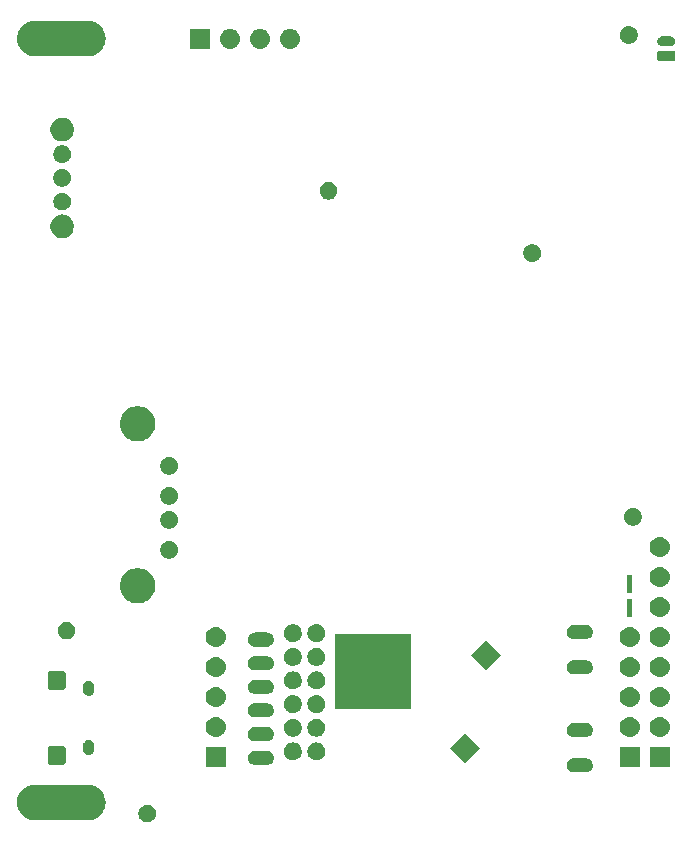
<source format=gbr>
G04 #@! TF.GenerationSoftware,KiCad,Pcbnew,(6.0.0-rc1-dev-1413-ga48e89956)*
G04 #@! TF.CreationDate,2019-11-22T20:47:01-07:00
G04 #@! TF.ProjectId,HAT_ver_6.0,4841545f-7665-4725-9f36-2e302e6b6963,6.0.4*
G04 #@! TF.SameCoordinates,Original*
G04 #@! TF.FileFunction,Soldermask,Bot*
G04 #@! TF.FilePolarity,Negative*
%FSLAX46Y46*%
G04 Gerber Fmt 4.6, Leading zero omitted, Abs format (unit mm)*
G04 Created by KiCad (PCBNEW (6.0.0-rc1-dev-1413-ga48e89956)) date Friday, November 22, 2019 at 08:47:01 PM*
%MOMM*%
%LPD*%
G04 APERTURE LIST*
%ADD10C,0.100000*%
G04 APERTURE END LIST*
D10*
G36*
X139084318Y-131471411D02*
G01*
X139156767Y-131485822D01*
X139213303Y-131509240D01*
X139293257Y-131542358D01*
X139416100Y-131624439D01*
X139520561Y-131728900D01*
X139602642Y-131851743D01*
X139659178Y-131988234D01*
X139688000Y-132133130D01*
X139688000Y-132280870D01*
X139659178Y-132425766D01*
X139602642Y-132562257D01*
X139520561Y-132685100D01*
X139416100Y-132789561D01*
X139293257Y-132871642D01*
X139213303Y-132904760D01*
X139156767Y-132928178D01*
X139084318Y-132942589D01*
X139011870Y-132957000D01*
X138864130Y-132957000D01*
X138791682Y-132942589D01*
X138719233Y-132928178D01*
X138662697Y-132904760D01*
X138582743Y-132871642D01*
X138459900Y-132789561D01*
X138355439Y-132685100D01*
X138273358Y-132562257D01*
X138216822Y-132425766D01*
X138188000Y-132280870D01*
X138188000Y-132133130D01*
X138216822Y-131988234D01*
X138273358Y-131851743D01*
X138355439Y-131728900D01*
X138459900Y-131624439D01*
X138582743Y-131542358D01*
X138662697Y-131509240D01*
X138719233Y-131485822D01*
X138791682Y-131471411D01*
X138864130Y-131457000D01*
X139011870Y-131457000D01*
X139084318Y-131471411D01*
X139084318Y-131471411D01*
G37*
G36*
X134217648Y-129788904D02*
G01*
X134217651Y-129788905D01*
X134500402Y-129874676D01*
X134500404Y-129874677D01*
X134760989Y-130013963D01*
X134989392Y-130201408D01*
X135176837Y-130429811D01*
X135316123Y-130690396D01*
X135401896Y-130973152D01*
X135430857Y-131267200D01*
X135401896Y-131561248D01*
X135401895Y-131561251D01*
X135351039Y-131728903D01*
X135316123Y-131844004D01*
X135176837Y-132104589D01*
X134989392Y-132332992D01*
X134760989Y-132520437D01*
X134682748Y-132562258D01*
X134500402Y-132659724D01*
X134270285Y-132729529D01*
X134217648Y-132745496D01*
X133997284Y-132767200D01*
X129349916Y-132767200D01*
X129129552Y-132745496D01*
X129076915Y-132729529D01*
X128846798Y-132659724D01*
X128664452Y-132562258D01*
X128586211Y-132520437D01*
X128357808Y-132332992D01*
X128170363Y-132104589D01*
X128031077Y-131844004D01*
X127996162Y-131728903D01*
X127945305Y-131561251D01*
X127945304Y-131561248D01*
X127916343Y-131267200D01*
X127945304Y-130973152D01*
X128031077Y-130690396D01*
X128170363Y-130429811D01*
X128357808Y-130201408D01*
X128586211Y-130013963D01*
X128846796Y-129874677D01*
X128846798Y-129874676D01*
X129129549Y-129788905D01*
X129129552Y-129788904D01*
X129349916Y-129767200D01*
X133997284Y-129767200D01*
X134217648Y-129788904D01*
X134217648Y-129788904D01*
G37*
G36*
X176169621Y-127537482D02*
G01*
X176282721Y-127571790D01*
X176386955Y-127627504D01*
X176478317Y-127702483D01*
X176553296Y-127793845D01*
X176609010Y-127898079D01*
X176643318Y-128011179D01*
X176654903Y-128128800D01*
X176643318Y-128246421D01*
X176609010Y-128359521D01*
X176553296Y-128463755D01*
X176478317Y-128555117D01*
X176386955Y-128630096D01*
X176282721Y-128685810D01*
X176169621Y-128720118D01*
X176081474Y-128728800D01*
X175022526Y-128728800D01*
X174934379Y-128720118D01*
X174821279Y-128685810D01*
X174717045Y-128630096D01*
X174625683Y-128555117D01*
X174550704Y-128463755D01*
X174494990Y-128359521D01*
X174460682Y-128246421D01*
X174449097Y-128128800D01*
X174460682Y-128011179D01*
X174494990Y-127898079D01*
X174550704Y-127793845D01*
X174625683Y-127702483D01*
X174717045Y-127627504D01*
X174821279Y-127571790D01*
X174934379Y-127537482D01*
X175022526Y-127528800D01*
X176081474Y-127528800D01*
X176169621Y-127537482D01*
X176169621Y-127537482D01*
G37*
G36*
X183171200Y-128272000D02*
G01*
X181471200Y-128272000D01*
X181471200Y-126572000D01*
X183171200Y-126572000D01*
X183171200Y-128272000D01*
X183171200Y-128272000D01*
G37*
G36*
X180631200Y-128272000D02*
G01*
X178931200Y-128272000D01*
X178931200Y-126572000D01*
X180631200Y-126572000D01*
X180631200Y-128272000D01*
X180631200Y-128272000D01*
G37*
G36*
X145579200Y-128272000D02*
G01*
X143879200Y-128272000D01*
X143879200Y-126572000D01*
X145579200Y-126572000D01*
X145579200Y-128272000D01*
X145579200Y-128272000D01*
G37*
G36*
X131780486Y-126470638D02*
G01*
X131841342Y-126489098D01*
X131897426Y-126519076D01*
X131946582Y-126559418D01*
X131986924Y-126608574D01*
X132016902Y-126664658D01*
X132035362Y-126725514D01*
X132042200Y-126794941D01*
X132042200Y-127782659D01*
X132035362Y-127852086D01*
X132016902Y-127912942D01*
X131986924Y-127969026D01*
X131946582Y-128018182D01*
X131897426Y-128058524D01*
X131841342Y-128088502D01*
X131780486Y-128106962D01*
X131711059Y-128113800D01*
X130823341Y-128113800D01*
X130753914Y-128106962D01*
X130693058Y-128088502D01*
X130636974Y-128058524D01*
X130587818Y-128018182D01*
X130547476Y-127969026D01*
X130517498Y-127912942D01*
X130499038Y-127852086D01*
X130492200Y-127782659D01*
X130492200Y-126794941D01*
X130499038Y-126725514D01*
X130517498Y-126664658D01*
X130547476Y-126608574D01*
X130587818Y-126559418D01*
X130636974Y-126519076D01*
X130693058Y-126489098D01*
X130753914Y-126470638D01*
X130823341Y-126463800D01*
X131711059Y-126463800D01*
X131780486Y-126470638D01*
X131780486Y-126470638D01*
G37*
G36*
X149169621Y-126887482D02*
G01*
X149282721Y-126921790D01*
X149386955Y-126977504D01*
X149478317Y-127052483D01*
X149553296Y-127143845D01*
X149609010Y-127248079D01*
X149643318Y-127361179D01*
X149654903Y-127478800D01*
X149643318Y-127596421D01*
X149609010Y-127709521D01*
X149553296Y-127813755D01*
X149478317Y-127905117D01*
X149386955Y-127980096D01*
X149282721Y-128035810D01*
X149169621Y-128070118D01*
X149081474Y-128078800D01*
X148022526Y-128078800D01*
X147934379Y-128070118D01*
X147821279Y-128035810D01*
X147717045Y-127980096D01*
X147625683Y-127905117D01*
X147550704Y-127813755D01*
X147494990Y-127709521D01*
X147460682Y-127596421D01*
X147449097Y-127478800D01*
X147460682Y-127361179D01*
X147494990Y-127248079D01*
X147550704Y-127143845D01*
X147625683Y-127052483D01*
X147717045Y-126977504D01*
X147821279Y-126921790D01*
X147934379Y-126887482D01*
X148022526Y-126878800D01*
X149081474Y-126878800D01*
X149169621Y-126887482D01*
X149169621Y-126887482D01*
G37*
G36*
X167124793Y-126678800D02*
G01*
X165852000Y-127951593D01*
X164579207Y-126678800D01*
X165852000Y-125406007D01*
X167124793Y-126678800D01*
X167124793Y-126678800D01*
G37*
G36*
X153434306Y-126198627D02*
G01*
X153485867Y-126208883D01*
X153624542Y-126266324D01*
X153749350Y-126349718D01*
X153855482Y-126455850D01*
X153855484Y-126455853D01*
X153938876Y-126580658D01*
X153989556Y-126703010D01*
X153996317Y-126719334D01*
X154025600Y-126866548D01*
X154025600Y-127016652D01*
X154018472Y-127052484D01*
X153996317Y-127163867D01*
X153964327Y-127241098D01*
X153938876Y-127302542D01*
X153855482Y-127427350D01*
X153749350Y-127533482D01*
X153655158Y-127596419D01*
X153624542Y-127616876D01*
X153485867Y-127674317D01*
X153436795Y-127684078D01*
X153338652Y-127703600D01*
X153188548Y-127703600D01*
X153090405Y-127684078D01*
X153041333Y-127674317D01*
X152902658Y-127616876D01*
X152872042Y-127596419D01*
X152777850Y-127533482D01*
X152671718Y-127427350D01*
X152588324Y-127302542D01*
X152562873Y-127241098D01*
X152530883Y-127163867D01*
X152508728Y-127052484D01*
X152501600Y-127016652D01*
X152501600Y-126866548D01*
X152530883Y-126719334D01*
X152537645Y-126703010D01*
X152588324Y-126580658D01*
X152671716Y-126455853D01*
X152671718Y-126455850D01*
X152777850Y-126349718D01*
X152902658Y-126266324D01*
X153041333Y-126208883D01*
X153092894Y-126198627D01*
X153188548Y-126179600D01*
X153338652Y-126179600D01*
X153434306Y-126198627D01*
X153434306Y-126198627D01*
G37*
G36*
X151434306Y-126198627D02*
G01*
X151485867Y-126208883D01*
X151624542Y-126266324D01*
X151749350Y-126349718D01*
X151855482Y-126455850D01*
X151855484Y-126455853D01*
X151938876Y-126580658D01*
X151989556Y-126703010D01*
X151996317Y-126719334D01*
X152025600Y-126866548D01*
X152025600Y-127016652D01*
X152018472Y-127052484D01*
X151996317Y-127163867D01*
X151964327Y-127241098D01*
X151938876Y-127302542D01*
X151855482Y-127427350D01*
X151749350Y-127533482D01*
X151655158Y-127596419D01*
X151624542Y-127616876D01*
X151485867Y-127674317D01*
X151436795Y-127684078D01*
X151338652Y-127703600D01*
X151188548Y-127703600D01*
X151090405Y-127684078D01*
X151041333Y-127674317D01*
X150902658Y-127616876D01*
X150872042Y-127596419D01*
X150777850Y-127533482D01*
X150671718Y-127427350D01*
X150588324Y-127302542D01*
X150562873Y-127241098D01*
X150530883Y-127163867D01*
X150508728Y-127052484D01*
X150501600Y-127016652D01*
X150501600Y-126866548D01*
X150530883Y-126719334D01*
X150537645Y-126703010D01*
X150588324Y-126580658D01*
X150671716Y-126455853D01*
X150671718Y-126455850D01*
X150777850Y-126349718D01*
X150902658Y-126266324D01*
X151041333Y-126208883D01*
X151092894Y-126198627D01*
X151188548Y-126179600D01*
X151338652Y-126179600D01*
X151434306Y-126198627D01*
X151434306Y-126198627D01*
G37*
G36*
X134060315Y-125995673D02*
G01*
X134112880Y-126011618D01*
X134149857Y-126022835D01*
X134232368Y-126066938D01*
X134232369Y-126066939D01*
X134232373Y-126066941D01*
X134304701Y-126126299D01*
X134304702Y-126126301D01*
X134304704Y-126126302D01*
X134364060Y-126198627D01*
X134408165Y-126281142D01*
X134419382Y-126318119D01*
X134435327Y-126370684D01*
X134442200Y-126440468D01*
X134442200Y-126787132D01*
X134435327Y-126856916D01*
X134426055Y-126887482D01*
X134408165Y-126946458D01*
X134364060Y-127028973D01*
X134304701Y-127101301D01*
X134232373Y-127160660D01*
X134149858Y-127204765D01*
X134112881Y-127215982D01*
X134060316Y-127231927D01*
X133967200Y-127241098D01*
X133874085Y-127231927D01*
X133821520Y-127215982D01*
X133784543Y-127204765D01*
X133702028Y-127160660D01*
X133629700Y-127101301D01*
X133570342Y-127028974D01*
X133526234Y-126946455D01*
X133499073Y-126856915D01*
X133492200Y-126787133D01*
X133492200Y-126440468D01*
X133499073Y-126370686D01*
X133499074Y-126370684D01*
X133526234Y-126281147D01*
X133526235Y-126281143D01*
X133570338Y-126198632D01*
X133570339Y-126198631D01*
X133570341Y-126198627D01*
X133629699Y-126126299D01*
X133629701Y-126126298D01*
X133629702Y-126126296D01*
X133702027Y-126066940D01*
X133784542Y-126022835D01*
X133821519Y-126011618D01*
X133874084Y-125995673D01*
X133967200Y-125986502D01*
X134060315Y-125995673D01*
X134060315Y-125995673D01*
G37*
G36*
X149169621Y-124887482D02*
G01*
X149282721Y-124921790D01*
X149386955Y-124977504D01*
X149478317Y-125052483D01*
X149553296Y-125143845D01*
X149609010Y-125248079D01*
X149643318Y-125361179D01*
X149654903Y-125478800D01*
X149643318Y-125596421D01*
X149609010Y-125709521D01*
X149553296Y-125813755D01*
X149478317Y-125905117D01*
X149386955Y-125980096D01*
X149282721Y-126035810D01*
X149169621Y-126070118D01*
X149081474Y-126078800D01*
X148022526Y-126078800D01*
X147934379Y-126070118D01*
X147821279Y-126035810D01*
X147717045Y-125980096D01*
X147625683Y-125905117D01*
X147550704Y-125813755D01*
X147494990Y-125709521D01*
X147460682Y-125596421D01*
X147449097Y-125478800D01*
X147460682Y-125361179D01*
X147494990Y-125248079D01*
X147550704Y-125143845D01*
X147625683Y-125052483D01*
X147717045Y-124977504D01*
X147821279Y-124921790D01*
X147934379Y-124887482D01*
X148022526Y-124878800D01*
X149081474Y-124878800D01*
X149169621Y-124887482D01*
X149169621Y-124887482D01*
G37*
G36*
X182487830Y-124044299D02*
G01*
X182648055Y-124092903D01*
X182795720Y-124171831D01*
X182925149Y-124278051D01*
X183031369Y-124407480D01*
X183110297Y-124555145D01*
X183158901Y-124715370D01*
X183175312Y-124882000D01*
X183158901Y-125048630D01*
X183110297Y-125208855D01*
X183031369Y-125356520D01*
X182925149Y-125485949D01*
X182795720Y-125592169D01*
X182648055Y-125671097D01*
X182487830Y-125719701D01*
X182362952Y-125732000D01*
X182279448Y-125732000D01*
X182154570Y-125719701D01*
X181994345Y-125671097D01*
X181846680Y-125592169D01*
X181717251Y-125485949D01*
X181611031Y-125356520D01*
X181532103Y-125208855D01*
X181483499Y-125048630D01*
X181467088Y-124882000D01*
X181483499Y-124715370D01*
X181532103Y-124555145D01*
X181611031Y-124407480D01*
X181717251Y-124278051D01*
X181846680Y-124171831D01*
X181994345Y-124092903D01*
X182154570Y-124044299D01*
X182279448Y-124032000D01*
X182362952Y-124032000D01*
X182487830Y-124044299D01*
X182487830Y-124044299D01*
G37*
G36*
X144895830Y-124044299D02*
G01*
X145056055Y-124092903D01*
X145203720Y-124171831D01*
X145333149Y-124278051D01*
X145439369Y-124407480D01*
X145518297Y-124555145D01*
X145566901Y-124715370D01*
X145583312Y-124882000D01*
X145566901Y-125048630D01*
X145518297Y-125208855D01*
X145439369Y-125356520D01*
X145333149Y-125485949D01*
X145203720Y-125592169D01*
X145056055Y-125671097D01*
X144895830Y-125719701D01*
X144770952Y-125732000D01*
X144687448Y-125732000D01*
X144562570Y-125719701D01*
X144402345Y-125671097D01*
X144254680Y-125592169D01*
X144125251Y-125485949D01*
X144019031Y-125356520D01*
X143940103Y-125208855D01*
X143891499Y-125048630D01*
X143875088Y-124882000D01*
X143891499Y-124715370D01*
X143940103Y-124555145D01*
X144019031Y-124407480D01*
X144125251Y-124278051D01*
X144254680Y-124171831D01*
X144402345Y-124092903D01*
X144562570Y-124044299D01*
X144687448Y-124032000D01*
X144770952Y-124032000D01*
X144895830Y-124044299D01*
X144895830Y-124044299D01*
G37*
G36*
X179947830Y-124044299D02*
G01*
X180108055Y-124092903D01*
X180255720Y-124171831D01*
X180385149Y-124278051D01*
X180491369Y-124407480D01*
X180570297Y-124555145D01*
X180618901Y-124715370D01*
X180635312Y-124882000D01*
X180618901Y-125048630D01*
X180570297Y-125208855D01*
X180491369Y-125356520D01*
X180385149Y-125485949D01*
X180255720Y-125592169D01*
X180108055Y-125671097D01*
X179947830Y-125719701D01*
X179822952Y-125732000D01*
X179739448Y-125732000D01*
X179614570Y-125719701D01*
X179454345Y-125671097D01*
X179306680Y-125592169D01*
X179177251Y-125485949D01*
X179071031Y-125356520D01*
X178992103Y-125208855D01*
X178943499Y-125048630D01*
X178927088Y-124882000D01*
X178943499Y-124715370D01*
X178992103Y-124555145D01*
X179071031Y-124407480D01*
X179177251Y-124278051D01*
X179306680Y-124171831D01*
X179454345Y-124092903D01*
X179614570Y-124044299D01*
X179739448Y-124032000D01*
X179822952Y-124032000D01*
X179947830Y-124044299D01*
X179947830Y-124044299D01*
G37*
G36*
X176169621Y-124537482D02*
G01*
X176282721Y-124571790D01*
X176386955Y-124627504D01*
X176478317Y-124702483D01*
X176553296Y-124793845D01*
X176609010Y-124898079D01*
X176643318Y-125011179D01*
X176654903Y-125128800D01*
X176643318Y-125246421D01*
X176609010Y-125359521D01*
X176553296Y-125463755D01*
X176478317Y-125555117D01*
X176386955Y-125630096D01*
X176282721Y-125685810D01*
X176169621Y-125720118D01*
X176081474Y-125728800D01*
X175022526Y-125728800D01*
X174934379Y-125720118D01*
X174821279Y-125685810D01*
X174717045Y-125630096D01*
X174625683Y-125555117D01*
X174550704Y-125463755D01*
X174494990Y-125359521D01*
X174460682Y-125246421D01*
X174449097Y-125128800D01*
X174460682Y-125011179D01*
X174494990Y-124898079D01*
X174550704Y-124793845D01*
X174625683Y-124702483D01*
X174717045Y-124627504D01*
X174821279Y-124571790D01*
X174934379Y-124537482D01*
X175022526Y-124528800D01*
X176081474Y-124528800D01*
X176169621Y-124537482D01*
X176169621Y-124537482D01*
G37*
G36*
X151436795Y-124199122D02*
G01*
X151485867Y-124208883D01*
X151624542Y-124266324D01*
X151749350Y-124349718D01*
X151855482Y-124455850D01*
X151855484Y-124455853D01*
X151938876Y-124580658D01*
X151994676Y-124715371D01*
X151996317Y-124719334D01*
X152025600Y-124866548D01*
X152025600Y-125016652D01*
X152018472Y-125052484D01*
X152000300Y-125143845D01*
X151996317Y-125163866D01*
X151938876Y-125302542D01*
X151855482Y-125427350D01*
X151749350Y-125533482D01*
X151749347Y-125533484D01*
X151624542Y-125616876D01*
X151485867Y-125674317D01*
X151436795Y-125684078D01*
X151338652Y-125703600D01*
X151188548Y-125703600D01*
X151090405Y-125684078D01*
X151041333Y-125674317D01*
X150902658Y-125616876D01*
X150777853Y-125533484D01*
X150777850Y-125533482D01*
X150671718Y-125427350D01*
X150588324Y-125302542D01*
X150530883Y-125163866D01*
X150526901Y-125143845D01*
X150508728Y-125052484D01*
X150501600Y-125016652D01*
X150501600Y-124866548D01*
X150530883Y-124719334D01*
X150532525Y-124715371D01*
X150588324Y-124580658D01*
X150671716Y-124455853D01*
X150671718Y-124455850D01*
X150777850Y-124349718D01*
X150902658Y-124266324D01*
X151041333Y-124208883D01*
X151090405Y-124199122D01*
X151188548Y-124179600D01*
X151338652Y-124179600D01*
X151436795Y-124199122D01*
X151436795Y-124199122D01*
G37*
G36*
X153436795Y-124199122D02*
G01*
X153485867Y-124208883D01*
X153624542Y-124266324D01*
X153749350Y-124349718D01*
X153855482Y-124455850D01*
X153855484Y-124455853D01*
X153938876Y-124580658D01*
X153994676Y-124715371D01*
X153996317Y-124719334D01*
X154025600Y-124866548D01*
X154025600Y-125016652D01*
X154018472Y-125052484D01*
X154000300Y-125143845D01*
X153996317Y-125163866D01*
X153938876Y-125302542D01*
X153855482Y-125427350D01*
X153749350Y-125533482D01*
X153749347Y-125533484D01*
X153624542Y-125616876D01*
X153485867Y-125674317D01*
X153436795Y-125684078D01*
X153338652Y-125703600D01*
X153188548Y-125703600D01*
X153090405Y-125684078D01*
X153041333Y-125674317D01*
X152902658Y-125616876D01*
X152777853Y-125533484D01*
X152777850Y-125533482D01*
X152671718Y-125427350D01*
X152588324Y-125302542D01*
X152530883Y-125163866D01*
X152526901Y-125143845D01*
X152508728Y-125052484D01*
X152501600Y-125016652D01*
X152501600Y-124866548D01*
X152530883Y-124719334D01*
X152532525Y-124715371D01*
X152588324Y-124580658D01*
X152671716Y-124455853D01*
X152671718Y-124455850D01*
X152777850Y-124349718D01*
X152902658Y-124266324D01*
X153041333Y-124208883D01*
X153090405Y-124199122D01*
X153188548Y-124179600D01*
X153338652Y-124179600D01*
X153436795Y-124199122D01*
X153436795Y-124199122D01*
G37*
G36*
X149169621Y-122887482D02*
G01*
X149282721Y-122921790D01*
X149386955Y-122977504D01*
X149478317Y-123052483D01*
X149553296Y-123143845D01*
X149609010Y-123248079D01*
X149643318Y-123361179D01*
X149654903Y-123478800D01*
X149643318Y-123596421D01*
X149609010Y-123709521D01*
X149553296Y-123813755D01*
X149478317Y-123905117D01*
X149386955Y-123980096D01*
X149282721Y-124035810D01*
X149169621Y-124070118D01*
X149081474Y-124078800D01*
X148022526Y-124078800D01*
X147934379Y-124070118D01*
X147821279Y-124035810D01*
X147717045Y-123980096D01*
X147625683Y-123905117D01*
X147550704Y-123813755D01*
X147494990Y-123709521D01*
X147460682Y-123596421D01*
X147449097Y-123478800D01*
X147460682Y-123361179D01*
X147494990Y-123248079D01*
X147550704Y-123143845D01*
X147625683Y-123052483D01*
X147717045Y-122977504D01*
X147821279Y-122921790D01*
X147934379Y-122887482D01*
X148022526Y-122878800D01*
X149081474Y-122878800D01*
X149169621Y-122887482D01*
X149169621Y-122887482D01*
G37*
G36*
X151436795Y-122199122D02*
G01*
X151485867Y-122208883D01*
X151541500Y-122231927D01*
X151624542Y-122266324D01*
X151749350Y-122349718D01*
X151855482Y-122455850D01*
X151938876Y-122580658D01*
X151996317Y-122719334D01*
X152025600Y-122866548D01*
X152025600Y-123016652D01*
X152018472Y-123052484D01*
X151996317Y-123163867D01*
X151989758Y-123179701D01*
X151938876Y-123302542D01*
X151855482Y-123427350D01*
X151749350Y-123533482D01*
X151749347Y-123533484D01*
X151624542Y-123616876D01*
X151485867Y-123674317D01*
X151436795Y-123684078D01*
X151338652Y-123703600D01*
X151188548Y-123703600D01*
X151090405Y-123684078D01*
X151041333Y-123674317D01*
X150902658Y-123616876D01*
X150777853Y-123533484D01*
X150777850Y-123533482D01*
X150671718Y-123427350D01*
X150588324Y-123302542D01*
X150537442Y-123179701D01*
X150530883Y-123163867D01*
X150508728Y-123052484D01*
X150501600Y-123016652D01*
X150501600Y-122866548D01*
X150530883Y-122719334D01*
X150588324Y-122580658D01*
X150671718Y-122455850D01*
X150777850Y-122349718D01*
X150902658Y-122266324D01*
X150985700Y-122231927D01*
X151041333Y-122208883D01*
X151090405Y-122199122D01*
X151188548Y-122179600D01*
X151338652Y-122179600D01*
X151436795Y-122199122D01*
X151436795Y-122199122D01*
G37*
G36*
X153436795Y-122199122D02*
G01*
X153485867Y-122208883D01*
X153541500Y-122231927D01*
X153624542Y-122266324D01*
X153749350Y-122349718D01*
X153855482Y-122455850D01*
X153938876Y-122580658D01*
X153996317Y-122719334D01*
X154025600Y-122866548D01*
X154025600Y-123016652D01*
X154018472Y-123052484D01*
X153996317Y-123163867D01*
X153989758Y-123179701D01*
X153938876Y-123302542D01*
X153855482Y-123427350D01*
X153749350Y-123533482D01*
X153749347Y-123533484D01*
X153624542Y-123616876D01*
X153485867Y-123674317D01*
X153436795Y-123684078D01*
X153338652Y-123703600D01*
X153188548Y-123703600D01*
X153090405Y-123684078D01*
X153041333Y-123674317D01*
X152902658Y-123616876D01*
X152777853Y-123533484D01*
X152777850Y-123533482D01*
X152671718Y-123427350D01*
X152588324Y-123302542D01*
X152537442Y-123179701D01*
X152530883Y-123163867D01*
X152508728Y-123052484D01*
X152501600Y-123016652D01*
X152501600Y-122866548D01*
X152530883Y-122719334D01*
X152588324Y-122580658D01*
X152671718Y-122455850D01*
X152777850Y-122349718D01*
X152902658Y-122266324D01*
X152985700Y-122231927D01*
X153041333Y-122208883D01*
X153090405Y-122199122D01*
X153188548Y-122179600D01*
X153338652Y-122179600D01*
X153436795Y-122199122D01*
X153436795Y-122199122D01*
G37*
G36*
X161252000Y-123378800D02*
G01*
X154852000Y-123378800D01*
X154852000Y-116978800D01*
X161252000Y-116978800D01*
X161252000Y-123378800D01*
X161252000Y-123378800D01*
G37*
G36*
X182487830Y-121504299D02*
G01*
X182648055Y-121552903D01*
X182795720Y-121631831D01*
X182925149Y-121738051D01*
X183031369Y-121867480D01*
X183110297Y-122015145D01*
X183158901Y-122175370D01*
X183175312Y-122342000D01*
X183158901Y-122508630D01*
X183110297Y-122668855D01*
X183031369Y-122816520D01*
X182925149Y-122945949D01*
X182795720Y-123052169D01*
X182648055Y-123131097D01*
X182487830Y-123179701D01*
X182362952Y-123192000D01*
X182279448Y-123192000D01*
X182154570Y-123179701D01*
X181994345Y-123131097D01*
X181846680Y-123052169D01*
X181717251Y-122945949D01*
X181611031Y-122816520D01*
X181532103Y-122668855D01*
X181483499Y-122508630D01*
X181467088Y-122342000D01*
X181483499Y-122175370D01*
X181532103Y-122015145D01*
X181611031Y-121867480D01*
X181717251Y-121738051D01*
X181846680Y-121631831D01*
X181994345Y-121552903D01*
X182154570Y-121504299D01*
X182279448Y-121492000D01*
X182362952Y-121492000D01*
X182487830Y-121504299D01*
X182487830Y-121504299D01*
G37*
G36*
X179947830Y-121504299D02*
G01*
X180108055Y-121552903D01*
X180255720Y-121631831D01*
X180385149Y-121738051D01*
X180491369Y-121867480D01*
X180570297Y-122015145D01*
X180618901Y-122175370D01*
X180635312Y-122342000D01*
X180618901Y-122508630D01*
X180570297Y-122668855D01*
X180491369Y-122816520D01*
X180385149Y-122945949D01*
X180255720Y-123052169D01*
X180108055Y-123131097D01*
X179947830Y-123179701D01*
X179822952Y-123192000D01*
X179739448Y-123192000D01*
X179614570Y-123179701D01*
X179454345Y-123131097D01*
X179306680Y-123052169D01*
X179177251Y-122945949D01*
X179071031Y-122816520D01*
X178992103Y-122668855D01*
X178943499Y-122508630D01*
X178927088Y-122342000D01*
X178943499Y-122175370D01*
X178992103Y-122015145D01*
X179071031Y-121867480D01*
X179177251Y-121738051D01*
X179306680Y-121631831D01*
X179454345Y-121552903D01*
X179614570Y-121504299D01*
X179739448Y-121492000D01*
X179822952Y-121492000D01*
X179947830Y-121504299D01*
X179947830Y-121504299D01*
G37*
G36*
X144895830Y-121504299D02*
G01*
X145056055Y-121552903D01*
X145203720Y-121631831D01*
X145333149Y-121738051D01*
X145439369Y-121867480D01*
X145518297Y-122015145D01*
X145566901Y-122175370D01*
X145583312Y-122342000D01*
X145566901Y-122508630D01*
X145518297Y-122668855D01*
X145439369Y-122816520D01*
X145333149Y-122945949D01*
X145203720Y-123052169D01*
X145056055Y-123131097D01*
X144895830Y-123179701D01*
X144770952Y-123192000D01*
X144687448Y-123192000D01*
X144562570Y-123179701D01*
X144402345Y-123131097D01*
X144254680Y-123052169D01*
X144125251Y-122945949D01*
X144019031Y-122816520D01*
X143940103Y-122668855D01*
X143891499Y-122508630D01*
X143875088Y-122342000D01*
X143891499Y-122175370D01*
X143940103Y-122015145D01*
X144019031Y-121867480D01*
X144125251Y-121738051D01*
X144254680Y-121631831D01*
X144402345Y-121552903D01*
X144562570Y-121504299D01*
X144687448Y-121492000D01*
X144770952Y-121492000D01*
X144895830Y-121504299D01*
X144895830Y-121504299D01*
G37*
G36*
X134060315Y-120995673D02*
G01*
X134112880Y-121011618D01*
X134149857Y-121022835D01*
X134232368Y-121066938D01*
X134232369Y-121066939D01*
X134232373Y-121066941D01*
X134304701Y-121126299D01*
X134304702Y-121126301D01*
X134304704Y-121126302D01*
X134364060Y-121198627D01*
X134408165Y-121281142D01*
X134414656Y-121302542D01*
X134432444Y-121361179D01*
X134435327Y-121370685D01*
X134442200Y-121440467D01*
X134442200Y-121787132D01*
X134435327Y-121856915D01*
X134408165Y-121946458D01*
X134364060Y-122028973D01*
X134304701Y-122101301D01*
X134232373Y-122160660D01*
X134149858Y-122204765D01*
X134136282Y-122208883D01*
X134060316Y-122231927D01*
X133967200Y-122241098D01*
X133874085Y-122231927D01*
X133798119Y-122208883D01*
X133784543Y-122204765D01*
X133702028Y-122160660D01*
X133629700Y-122101301D01*
X133570342Y-122028974D01*
X133526234Y-121946455D01*
X133499073Y-121856915D01*
X133492200Y-121787133D01*
X133492200Y-121440468D01*
X133499073Y-121370686D01*
X133499074Y-121370684D01*
X133526234Y-121281147D01*
X133526235Y-121281143D01*
X133570338Y-121198632D01*
X133570339Y-121198631D01*
X133570341Y-121198627D01*
X133629699Y-121126299D01*
X133629701Y-121126298D01*
X133629702Y-121126296D01*
X133702027Y-121066940D01*
X133784542Y-121022835D01*
X133821519Y-121011618D01*
X133874084Y-120995673D01*
X133967200Y-120986502D01*
X134060315Y-120995673D01*
X134060315Y-120995673D01*
G37*
G36*
X149169621Y-120887482D02*
G01*
X149282721Y-120921790D01*
X149386955Y-120977504D01*
X149478317Y-121052483D01*
X149553296Y-121143845D01*
X149609010Y-121248079D01*
X149643318Y-121361179D01*
X149654903Y-121478800D01*
X149643318Y-121596421D01*
X149609010Y-121709521D01*
X149553296Y-121813755D01*
X149478317Y-121905117D01*
X149386955Y-121980096D01*
X149282721Y-122035810D01*
X149169621Y-122070118D01*
X149081474Y-122078800D01*
X148022526Y-122078800D01*
X147934379Y-122070118D01*
X147821279Y-122035810D01*
X147717045Y-121980096D01*
X147625683Y-121905117D01*
X147550704Y-121813755D01*
X147494990Y-121709521D01*
X147460682Y-121596421D01*
X147449097Y-121478800D01*
X147460682Y-121361179D01*
X147494990Y-121248079D01*
X147550704Y-121143845D01*
X147625683Y-121052483D01*
X147717045Y-120977504D01*
X147821279Y-120921790D01*
X147934379Y-120887482D01*
X148022526Y-120878800D01*
X149081474Y-120878800D01*
X149169621Y-120887482D01*
X149169621Y-120887482D01*
G37*
G36*
X131780486Y-120120638D02*
G01*
X131841342Y-120139098D01*
X131897426Y-120169076D01*
X131946582Y-120209418D01*
X131986924Y-120258574D01*
X132016902Y-120314658D01*
X132035362Y-120375514D01*
X132042200Y-120444941D01*
X132042200Y-121432659D01*
X132035362Y-121502086D01*
X132016902Y-121562942D01*
X131986924Y-121619026D01*
X131946582Y-121668182D01*
X131897426Y-121708524D01*
X131841342Y-121738502D01*
X131780486Y-121756962D01*
X131711059Y-121763800D01*
X130823341Y-121763800D01*
X130753914Y-121756962D01*
X130693058Y-121738502D01*
X130636974Y-121708524D01*
X130587818Y-121668182D01*
X130547476Y-121619026D01*
X130517498Y-121562942D01*
X130499038Y-121502086D01*
X130492200Y-121432659D01*
X130492200Y-120444941D01*
X130499038Y-120375514D01*
X130517498Y-120314658D01*
X130547476Y-120258574D01*
X130587818Y-120209418D01*
X130636974Y-120169076D01*
X130693058Y-120139098D01*
X130753914Y-120120638D01*
X130823341Y-120113800D01*
X131711059Y-120113800D01*
X131780486Y-120120638D01*
X131780486Y-120120638D01*
G37*
G36*
X153436795Y-120199122D02*
G01*
X153485867Y-120208883D01*
X153597483Y-120255116D01*
X153624542Y-120266324D01*
X153749350Y-120349718D01*
X153855482Y-120455850D01*
X153938876Y-120580658D01*
X153996317Y-120719334D01*
X154025600Y-120866548D01*
X154025600Y-121016652D01*
X154018472Y-121052484D01*
X153996317Y-121163867D01*
X153947738Y-121281147D01*
X153938876Y-121302542D01*
X153855482Y-121427350D01*
X153749350Y-121533482D01*
X153749347Y-121533484D01*
X153624542Y-121616876D01*
X153485867Y-121674317D01*
X153436795Y-121684078D01*
X153338652Y-121703600D01*
X153188548Y-121703600D01*
X153090405Y-121684078D01*
X153041333Y-121674317D01*
X152902658Y-121616876D01*
X152777853Y-121533484D01*
X152777850Y-121533482D01*
X152671718Y-121427350D01*
X152588324Y-121302542D01*
X152579462Y-121281147D01*
X152530883Y-121163867D01*
X152508728Y-121052484D01*
X152501600Y-121016652D01*
X152501600Y-120866548D01*
X152530883Y-120719334D01*
X152588324Y-120580658D01*
X152671718Y-120455850D01*
X152777850Y-120349718D01*
X152902658Y-120266324D01*
X152929717Y-120255116D01*
X153041333Y-120208883D01*
X153090405Y-120199122D01*
X153188548Y-120179600D01*
X153338652Y-120179600D01*
X153436795Y-120199122D01*
X153436795Y-120199122D01*
G37*
G36*
X151436795Y-120199122D02*
G01*
X151485867Y-120208883D01*
X151597483Y-120255116D01*
X151624542Y-120266324D01*
X151749350Y-120349718D01*
X151855482Y-120455850D01*
X151938876Y-120580658D01*
X151996317Y-120719334D01*
X152025600Y-120866548D01*
X152025600Y-121016652D01*
X152018472Y-121052484D01*
X151996317Y-121163867D01*
X151947738Y-121281147D01*
X151938876Y-121302542D01*
X151855482Y-121427350D01*
X151749350Y-121533482D01*
X151749347Y-121533484D01*
X151624542Y-121616876D01*
X151485867Y-121674317D01*
X151436795Y-121684078D01*
X151338652Y-121703600D01*
X151188548Y-121703600D01*
X151090405Y-121684078D01*
X151041333Y-121674317D01*
X150902658Y-121616876D01*
X150777853Y-121533484D01*
X150777850Y-121533482D01*
X150671718Y-121427350D01*
X150588324Y-121302542D01*
X150579462Y-121281147D01*
X150530883Y-121163867D01*
X150508728Y-121052484D01*
X150501600Y-121016652D01*
X150501600Y-120866548D01*
X150530883Y-120719334D01*
X150588324Y-120580658D01*
X150671718Y-120455850D01*
X150777850Y-120349718D01*
X150902658Y-120266324D01*
X150929717Y-120255116D01*
X151041333Y-120208883D01*
X151090405Y-120199122D01*
X151188548Y-120179600D01*
X151338652Y-120179600D01*
X151436795Y-120199122D01*
X151436795Y-120199122D01*
G37*
G36*
X182487830Y-118964299D02*
G01*
X182648055Y-119012903D01*
X182795720Y-119091831D01*
X182925149Y-119198051D01*
X183031369Y-119327480D01*
X183110297Y-119475145D01*
X183158901Y-119635370D01*
X183175312Y-119802000D01*
X183158901Y-119968630D01*
X183110297Y-120128855D01*
X183031369Y-120276520D01*
X182925149Y-120405949D01*
X182795720Y-120512169D01*
X182648055Y-120591097D01*
X182487830Y-120639701D01*
X182362952Y-120652000D01*
X182279448Y-120652000D01*
X182154570Y-120639701D01*
X181994345Y-120591097D01*
X181846680Y-120512169D01*
X181717251Y-120405949D01*
X181611031Y-120276520D01*
X181532103Y-120128855D01*
X181483499Y-119968630D01*
X181467088Y-119802000D01*
X181483499Y-119635370D01*
X181532103Y-119475145D01*
X181611031Y-119327480D01*
X181717251Y-119198051D01*
X181846680Y-119091831D01*
X181994345Y-119012903D01*
X182154570Y-118964299D01*
X182279448Y-118952000D01*
X182362952Y-118952000D01*
X182487830Y-118964299D01*
X182487830Y-118964299D01*
G37*
G36*
X179947830Y-118964299D02*
G01*
X180108055Y-119012903D01*
X180255720Y-119091831D01*
X180385149Y-119198051D01*
X180491369Y-119327480D01*
X180570297Y-119475145D01*
X180618901Y-119635370D01*
X180635312Y-119802000D01*
X180618901Y-119968630D01*
X180570297Y-120128855D01*
X180491369Y-120276520D01*
X180385149Y-120405949D01*
X180255720Y-120512169D01*
X180108055Y-120591097D01*
X179947830Y-120639701D01*
X179822952Y-120652000D01*
X179739448Y-120652000D01*
X179614570Y-120639701D01*
X179454345Y-120591097D01*
X179306680Y-120512169D01*
X179177251Y-120405949D01*
X179071031Y-120276520D01*
X178992103Y-120128855D01*
X178943499Y-119968630D01*
X178927088Y-119802000D01*
X178943499Y-119635370D01*
X178992103Y-119475145D01*
X179071031Y-119327480D01*
X179177251Y-119198051D01*
X179306680Y-119091831D01*
X179454345Y-119012903D01*
X179614570Y-118964299D01*
X179739448Y-118952000D01*
X179822952Y-118952000D01*
X179947830Y-118964299D01*
X179947830Y-118964299D01*
G37*
G36*
X144895830Y-118964299D02*
G01*
X145056055Y-119012903D01*
X145203720Y-119091831D01*
X145333149Y-119198051D01*
X145439369Y-119327480D01*
X145518297Y-119475145D01*
X145566901Y-119635370D01*
X145583312Y-119802000D01*
X145566901Y-119968630D01*
X145518297Y-120128855D01*
X145439369Y-120276520D01*
X145333149Y-120405949D01*
X145203720Y-120512169D01*
X145056055Y-120591097D01*
X144895830Y-120639701D01*
X144770952Y-120652000D01*
X144687448Y-120652000D01*
X144562570Y-120639701D01*
X144402345Y-120591097D01*
X144254680Y-120512169D01*
X144125251Y-120405949D01*
X144019031Y-120276520D01*
X143940103Y-120128855D01*
X143891499Y-119968630D01*
X143875088Y-119802000D01*
X143891499Y-119635370D01*
X143940103Y-119475145D01*
X144019031Y-119327480D01*
X144125251Y-119198051D01*
X144254680Y-119091831D01*
X144402345Y-119012903D01*
X144562570Y-118964299D01*
X144687448Y-118952000D01*
X144770952Y-118952000D01*
X144895830Y-118964299D01*
X144895830Y-118964299D01*
G37*
G36*
X176169621Y-119237482D02*
G01*
X176282721Y-119271790D01*
X176386955Y-119327504D01*
X176478317Y-119402483D01*
X176553296Y-119493845D01*
X176609010Y-119598079D01*
X176643318Y-119711179D01*
X176654903Y-119828800D01*
X176643318Y-119946421D01*
X176609010Y-120059521D01*
X176553296Y-120163755D01*
X176478317Y-120255117D01*
X176386955Y-120330096D01*
X176282721Y-120385810D01*
X176169621Y-120420118D01*
X176081474Y-120428800D01*
X175022526Y-120428800D01*
X174934379Y-120420118D01*
X174821279Y-120385810D01*
X174717045Y-120330096D01*
X174625683Y-120255117D01*
X174550704Y-120163755D01*
X174494990Y-120059521D01*
X174460682Y-119946421D01*
X174449097Y-119828800D01*
X174460682Y-119711179D01*
X174494990Y-119598079D01*
X174550704Y-119493845D01*
X174625683Y-119402483D01*
X174717045Y-119327504D01*
X174821279Y-119271790D01*
X174934379Y-119237482D01*
X175022526Y-119228800D01*
X176081474Y-119228800D01*
X176169621Y-119237482D01*
X176169621Y-119237482D01*
G37*
G36*
X149169621Y-118887482D02*
G01*
X149282721Y-118921790D01*
X149386955Y-118977504D01*
X149478317Y-119052483D01*
X149553296Y-119143845D01*
X149609010Y-119248079D01*
X149643318Y-119361179D01*
X149654903Y-119478800D01*
X149643318Y-119596421D01*
X149609010Y-119709521D01*
X149553296Y-119813755D01*
X149478317Y-119905117D01*
X149386955Y-119980096D01*
X149282721Y-120035810D01*
X149169621Y-120070118D01*
X149081474Y-120078800D01*
X148022526Y-120078800D01*
X147934379Y-120070118D01*
X147821279Y-120035810D01*
X147717045Y-119980096D01*
X147625683Y-119905117D01*
X147550704Y-119813755D01*
X147494990Y-119709521D01*
X147460682Y-119596421D01*
X147449097Y-119478800D01*
X147460682Y-119361179D01*
X147494990Y-119248079D01*
X147550704Y-119143845D01*
X147625683Y-119052483D01*
X147717045Y-118977504D01*
X147821279Y-118921790D01*
X147934379Y-118887482D01*
X148022526Y-118878800D01*
X149081474Y-118878800D01*
X149169621Y-118887482D01*
X149169621Y-118887482D01*
G37*
G36*
X168874793Y-118778800D02*
G01*
X167602000Y-120051593D01*
X166329207Y-118778800D01*
X167602000Y-117506007D01*
X168874793Y-118778800D01*
X168874793Y-118778800D01*
G37*
G36*
X153436795Y-118199122D02*
G01*
X153485867Y-118208883D01*
X153624542Y-118266324D01*
X153749350Y-118349718D01*
X153855482Y-118455850D01*
X153938876Y-118580658D01*
X153996317Y-118719334D01*
X154025600Y-118866548D01*
X154025600Y-119016652D01*
X154018472Y-119052484D01*
X153996317Y-119163867D01*
X153982157Y-119198052D01*
X153938876Y-119302542D01*
X153855482Y-119427350D01*
X153749350Y-119533482D01*
X153749347Y-119533484D01*
X153624542Y-119616876D01*
X153485867Y-119674317D01*
X153436795Y-119684078D01*
X153338652Y-119703600D01*
X153188548Y-119703600D01*
X153090405Y-119684078D01*
X153041333Y-119674317D01*
X152902658Y-119616876D01*
X152777853Y-119533484D01*
X152777850Y-119533482D01*
X152671718Y-119427350D01*
X152588324Y-119302542D01*
X152545043Y-119198052D01*
X152530883Y-119163867D01*
X152508728Y-119052484D01*
X152501600Y-119016652D01*
X152501600Y-118866548D01*
X152530883Y-118719334D01*
X152588324Y-118580658D01*
X152671718Y-118455850D01*
X152777850Y-118349718D01*
X152902658Y-118266324D01*
X153041333Y-118208883D01*
X153090405Y-118199122D01*
X153188548Y-118179600D01*
X153338652Y-118179600D01*
X153436795Y-118199122D01*
X153436795Y-118199122D01*
G37*
G36*
X151436795Y-118199122D02*
G01*
X151485867Y-118208883D01*
X151624542Y-118266324D01*
X151749350Y-118349718D01*
X151855482Y-118455850D01*
X151938876Y-118580658D01*
X151996317Y-118719334D01*
X152025600Y-118866548D01*
X152025600Y-119016652D01*
X152018472Y-119052484D01*
X151996317Y-119163867D01*
X151982157Y-119198052D01*
X151938876Y-119302542D01*
X151855482Y-119427350D01*
X151749350Y-119533482D01*
X151749347Y-119533484D01*
X151624542Y-119616876D01*
X151485867Y-119674317D01*
X151436795Y-119684078D01*
X151338652Y-119703600D01*
X151188548Y-119703600D01*
X151090405Y-119684078D01*
X151041333Y-119674317D01*
X150902658Y-119616876D01*
X150777853Y-119533484D01*
X150777850Y-119533482D01*
X150671718Y-119427350D01*
X150588324Y-119302542D01*
X150545043Y-119198052D01*
X150530883Y-119163867D01*
X150508728Y-119052484D01*
X150501600Y-119016652D01*
X150501600Y-118866548D01*
X150530883Y-118719334D01*
X150588324Y-118580658D01*
X150671718Y-118455850D01*
X150777850Y-118349718D01*
X150902658Y-118266324D01*
X151041333Y-118208883D01*
X151090405Y-118199122D01*
X151188548Y-118179600D01*
X151338652Y-118179600D01*
X151436795Y-118199122D01*
X151436795Y-118199122D01*
G37*
G36*
X179947830Y-116424299D02*
G01*
X180108055Y-116472903D01*
X180255720Y-116551831D01*
X180385149Y-116658051D01*
X180491369Y-116787480D01*
X180570297Y-116935145D01*
X180618901Y-117095370D01*
X180635312Y-117262000D01*
X180618901Y-117428630D01*
X180570297Y-117588855D01*
X180491369Y-117736520D01*
X180385149Y-117865949D01*
X180255720Y-117972169D01*
X180108055Y-118051097D01*
X179947830Y-118099701D01*
X179822952Y-118112000D01*
X179739448Y-118112000D01*
X179614570Y-118099701D01*
X179454345Y-118051097D01*
X179306680Y-117972169D01*
X179177251Y-117865949D01*
X179071031Y-117736520D01*
X178992103Y-117588855D01*
X178943499Y-117428630D01*
X178927088Y-117262000D01*
X178943499Y-117095370D01*
X178992103Y-116935145D01*
X179071031Y-116787480D01*
X179177251Y-116658051D01*
X179306680Y-116551831D01*
X179454345Y-116472903D01*
X179614570Y-116424299D01*
X179739448Y-116412000D01*
X179822952Y-116412000D01*
X179947830Y-116424299D01*
X179947830Y-116424299D01*
G37*
G36*
X144895830Y-116424299D02*
G01*
X145056055Y-116472903D01*
X145203720Y-116551831D01*
X145333149Y-116658051D01*
X145439369Y-116787480D01*
X145518297Y-116935145D01*
X145566901Y-117095370D01*
X145583312Y-117262000D01*
X145566901Y-117428630D01*
X145518297Y-117588855D01*
X145439369Y-117736520D01*
X145333149Y-117865949D01*
X145203720Y-117972169D01*
X145056055Y-118051097D01*
X144895830Y-118099701D01*
X144770952Y-118112000D01*
X144687448Y-118112000D01*
X144562570Y-118099701D01*
X144402345Y-118051097D01*
X144254680Y-117972169D01*
X144125251Y-117865949D01*
X144019031Y-117736520D01*
X143940103Y-117588855D01*
X143891499Y-117428630D01*
X143875088Y-117262000D01*
X143891499Y-117095370D01*
X143940103Y-116935145D01*
X144019031Y-116787480D01*
X144125251Y-116658051D01*
X144254680Y-116551831D01*
X144402345Y-116472903D01*
X144562570Y-116424299D01*
X144687448Y-116412000D01*
X144770952Y-116412000D01*
X144895830Y-116424299D01*
X144895830Y-116424299D01*
G37*
G36*
X182487830Y-116424299D02*
G01*
X182648055Y-116472903D01*
X182795720Y-116551831D01*
X182925149Y-116658051D01*
X183031369Y-116787480D01*
X183110297Y-116935145D01*
X183158901Y-117095370D01*
X183175312Y-117262000D01*
X183158901Y-117428630D01*
X183110297Y-117588855D01*
X183031369Y-117736520D01*
X182925149Y-117865949D01*
X182795720Y-117972169D01*
X182648055Y-118051097D01*
X182487830Y-118099701D01*
X182362952Y-118112000D01*
X182279448Y-118112000D01*
X182154570Y-118099701D01*
X181994345Y-118051097D01*
X181846680Y-117972169D01*
X181717251Y-117865949D01*
X181611031Y-117736520D01*
X181532103Y-117588855D01*
X181483499Y-117428630D01*
X181467088Y-117262000D01*
X181483499Y-117095370D01*
X181532103Y-116935145D01*
X181611031Y-116787480D01*
X181717251Y-116658051D01*
X181846680Y-116551831D01*
X181994345Y-116472903D01*
X182154570Y-116424299D01*
X182279448Y-116412000D01*
X182362952Y-116412000D01*
X182487830Y-116424299D01*
X182487830Y-116424299D01*
G37*
G36*
X149169621Y-116887482D02*
G01*
X149282721Y-116921790D01*
X149386955Y-116977504D01*
X149478317Y-117052483D01*
X149553296Y-117143845D01*
X149609010Y-117248079D01*
X149643318Y-117361179D01*
X149654903Y-117478800D01*
X149643318Y-117596421D01*
X149609010Y-117709521D01*
X149553296Y-117813755D01*
X149478317Y-117905117D01*
X149386955Y-117980096D01*
X149282721Y-118035810D01*
X149169621Y-118070118D01*
X149081474Y-118078800D01*
X148022526Y-118078800D01*
X147934379Y-118070118D01*
X147821279Y-118035810D01*
X147717045Y-117980096D01*
X147625683Y-117905117D01*
X147550704Y-117813755D01*
X147494990Y-117709521D01*
X147460682Y-117596421D01*
X147449097Y-117478800D01*
X147460682Y-117361179D01*
X147494990Y-117248079D01*
X147550704Y-117143845D01*
X147625683Y-117052483D01*
X147717045Y-116977504D01*
X147821279Y-116921790D01*
X147934379Y-116887482D01*
X148022526Y-116878800D01*
X149081474Y-116878800D01*
X149169621Y-116887482D01*
X149169621Y-116887482D01*
G37*
G36*
X153436795Y-116199122D02*
G01*
X153485867Y-116208883D01*
X153554911Y-116237482D01*
X153624542Y-116266324D01*
X153749350Y-116349718D01*
X153855482Y-116455850D01*
X153855484Y-116455853D01*
X153938876Y-116580658D01*
X153992940Y-116711179D01*
X153996317Y-116719334D01*
X154025600Y-116866548D01*
X154025600Y-117016652D01*
X154015335Y-117068257D01*
X153996317Y-117163867D01*
X153961436Y-117248078D01*
X153938876Y-117302542D01*
X153855482Y-117427350D01*
X153749350Y-117533482D01*
X153749347Y-117533484D01*
X153624542Y-117616876D01*
X153485867Y-117674317D01*
X153436795Y-117684078D01*
X153338652Y-117703600D01*
X153188548Y-117703600D01*
X153090405Y-117684078D01*
X153041333Y-117674317D01*
X152902658Y-117616876D01*
X152777853Y-117533484D01*
X152777850Y-117533482D01*
X152671718Y-117427350D01*
X152588324Y-117302542D01*
X152565764Y-117248078D01*
X152530883Y-117163867D01*
X152511865Y-117068257D01*
X152501600Y-117016652D01*
X152501600Y-116866548D01*
X152530883Y-116719334D01*
X152534261Y-116711179D01*
X152588324Y-116580658D01*
X152671716Y-116455853D01*
X152671718Y-116455850D01*
X152777850Y-116349718D01*
X152902658Y-116266324D01*
X152972289Y-116237482D01*
X153041333Y-116208883D01*
X153090405Y-116199122D01*
X153188548Y-116179600D01*
X153338652Y-116179600D01*
X153436795Y-116199122D01*
X153436795Y-116199122D01*
G37*
G36*
X151436795Y-116199122D02*
G01*
X151485867Y-116208883D01*
X151554911Y-116237482D01*
X151624542Y-116266324D01*
X151749350Y-116349718D01*
X151855482Y-116455850D01*
X151855484Y-116455853D01*
X151938876Y-116580658D01*
X151992940Y-116711179D01*
X151996317Y-116719334D01*
X152025600Y-116866548D01*
X152025600Y-117016652D01*
X152015335Y-117068257D01*
X151996317Y-117163867D01*
X151961436Y-117248078D01*
X151938876Y-117302542D01*
X151855482Y-117427350D01*
X151749350Y-117533482D01*
X151749347Y-117533484D01*
X151624542Y-117616876D01*
X151485867Y-117674317D01*
X151436795Y-117684078D01*
X151338652Y-117703600D01*
X151188548Y-117703600D01*
X151090405Y-117684078D01*
X151041333Y-117674317D01*
X150902658Y-117616876D01*
X150777853Y-117533484D01*
X150777850Y-117533482D01*
X150671718Y-117427350D01*
X150588324Y-117302542D01*
X150565764Y-117248078D01*
X150530883Y-117163867D01*
X150511865Y-117068257D01*
X150501600Y-117016652D01*
X150501600Y-116866548D01*
X150530883Y-116719334D01*
X150534261Y-116711179D01*
X150588324Y-116580658D01*
X150671716Y-116455853D01*
X150671718Y-116455850D01*
X150777850Y-116349718D01*
X150902658Y-116266324D01*
X150972289Y-116237482D01*
X151041333Y-116208883D01*
X151090405Y-116199122D01*
X151188548Y-116179600D01*
X151338652Y-116179600D01*
X151436795Y-116199122D01*
X151436795Y-116199122D01*
G37*
G36*
X132251718Y-115977411D02*
G01*
X132324167Y-115991822D01*
X132380703Y-116015240D01*
X132460657Y-116048358D01*
X132583500Y-116130439D01*
X132687961Y-116234900D01*
X132770042Y-116357743D01*
X132788574Y-116402483D01*
X132826417Y-116493844D01*
X132826578Y-116494234D01*
X132855400Y-116639130D01*
X132855400Y-116786870D01*
X132855278Y-116787481D01*
X132826578Y-116931767D01*
X132820509Y-116946419D01*
X132770042Y-117068257D01*
X132687961Y-117191100D01*
X132583500Y-117295561D01*
X132460657Y-117377642D01*
X132380703Y-117410760D01*
X132324167Y-117434178D01*
X132251718Y-117448589D01*
X132179270Y-117463000D01*
X132031530Y-117463000D01*
X131959082Y-117448589D01*
X131886633Y-117434178D01*
X131830097Y-117410760D01*
X131750143Y-117377642D01*
X131627300Y-117295561D01*
X131522839Y-117191100D01*
X131440758Y-117068257D01*
X131390291Y-116946419D01*
X131384222Y-116931767D01*
X131355522Y-116787481D01*
X131355400Y-116786870D01*
X131355400Y-116639130D01*
X131384222Y-116494234D01*
X131384384Y-116493844D01*
X131422226Y-116402483D01*
X131440758Y-116357743D01*
X131522839Y-116234900D01*
X131627300Y-116130439D01*
X131750143Y-116048358D01*
X131830097Y-116015240D01*
X131886633Y-115991822D01*
X131959082Y-115977411D01*
X132031530Y-115963000D01*
X132179270Y-115963000D01*
X132251718Y-115977411D01*
X132251718Y-115977411D01*
G37*
G36*
X176169621Y-116237482D02*
G01*
X176282721Y-116271790D01*
X176386955Y-116327504D01*
X176478317Y-116402483D01*
X176553296Y-116493845D01*
X176609010Y-116598079D01*
X176643318Y-116711179D01*
X176654903Y-116828800D01*
X176643318Y-116946421D01*
X176609010Y-117059521D01*
X176553296Y-117163755D01*
X176478317Y-117255117D01*
X176386955Y-117330096D01*
X176282721Y-117385810D01*
X176169621Y-117420118D01*
X176081474Y-117428800D01*
X175022526Y-117428800D01*
X174934379Y-117420118D01*
X174821279Y-117385810D01*
X174717045Y-117330096D01*
X174625683Y-117255117D01*
X174550704Y-117163755D01*
X174494990Y-117059521D01*
X174460682Y-116946421D01*
X174449097Y-116828800D01*
X174460682Y-116711179D01*
X174494990Y-116598079D01*
X174550704Y-116493845D01*
X174625683Y-116402483D01*
X174717045Y-116327504D01*
X174821279Y-116271790D01*
X174934379Y-116237482D01*
X175022526Y-116228800D01*
X176081474Y-116228800D01*
X176169621Y-116237482D01*
X176169621Y-116237482D01*
G37*
G36*
X182487830Y-113884299D02*
G01*
X182648055Y-113932903D01*
X182795720Y-114011831D01*
X182925149Y-114118051D01*
X183031369Y-114247480D01*
X183110297Y-114395145D01*
X183158901Y-114555370D01*
X183175312Y-114722000D01*
X183158901Y-114888630D01*
X183110297Y-115048855D01*
X183031369Y-115196520D01*
X182925149Y-115325949D01*
X182795720Y-115432169D01*
X182648055Y-115511097D01*
X182487830Y-115559701D01*
X182362952Y-115572000D01*
X182279448Y-115572000D01*
X182154570Y-115559701D01*
X181994345Y-115511097D01*
X181846680Y-115432169D01*
X181717251Y-115325949D01*
X181611031Y-115196520D01*
X181532103Y-115048855D01*
X181483499Y-114888630D01*
X181467088Y-114722000D01*
X181483499Y-114555370D01*
X181532103Y-114395145D01*
X181611031Y-114247480D01*
X181717251Y-114118051D01*
X181846680Y-114011831D01*
X181994345Y-113932903D01*
X182154570Y-113884299D01*
X182279448Y-113872000D01*
X182362952Y-113872000D01*
X182487830Y-113884299D01*
X182487830Y-113884299D01*
G37*
G36*
X179955800Y-115558000D02*
G01*
X179555800Y-115558000D01*
X179555800Y-114058000D01*
X179955800Y-114058000D01*
X179955800Y-115558000D01*
X179955800Y-115558000D01*
G37*
G36*
X138466105Y-111466956D02*
G01*
X138562696Y-111486169D01*
X138675759Y-111533002D01*
X138835654Y-111599232D01*
X139081314Y-111763377D01*
X139290223Y-111972286D01*
X139454368Y-112217946D01*
X139508499Y-112348630D01*
X139567431Y-112490904D01*
X139586644Y-112587495D01*
X139625070Y-112780674D01*
X139625070Y-113076126D01*
X139567431Y-113365895D01*
X139454368Y-113638854D01*
X139290223Y-113884514D01*
X139081314Y-114093423D01*
X138835654Y-114257568D01*
X138675759Y-114323798D01*
X138562696Y-114370631D01*
X138466105Y-114389844D01*
X138272926Y-114428270D01*
X137977474Y-114428270D01*
X137784295Y-114389844D01*
X137687704Y-114370631D01*
X137574641Y-114323798D01*
X137414746Y-114257568D01*
X137169086Y-114093423D01*
X136960177Y-113884514D01*
X136796032Y-113638854D01*
X136682969Y-113365895D01*
X136625330Y-113076126D01*
X136625330Y-112780674D01*
X136663756Y-112587495D01*
X136682969Y-112490904D01*
X136741901Y-112348630D01*
X136796032Y-112217946D01*
X136960177Y-111972286D01*
X137169086Y-111763377D01*
X137414746Y-111599232D01*
X137574641Y-111533002D01*
X137687704Y-111486169D01*
X137784295Y-111466956D01*
X137977474Y-111428530D01*
X138272926Y-111428530D01*
X138466105Y-111466956D01*
X138466105Y-111466956D01*
G37*
G36*
X179955800Y-113558000D02*
G01*
X179555800Y-113558000D01*
X179555800Y-112058000D01*
X179955800Y-112058000D01*
X179955800Y-113558000D01*
X179955800Y-113558000D01*
G37*
G36*
X182487830Y-111344299D02*
G01*
X182648055Y-111392903D01*
X182795720Y-111471831D01*
X182925149Y-111578051D01*
X183031369Y-111707480D01*
X183110297Y-111855145D01*
X183158901Y-112015370D01*
X183175312Y-112182000D01*
X183158901Y-112348630D01*
X183110297Y-112508855D01*
X183031369Y-112656520D01*
X182925149Y-112785949D01*
X182795720Y-112892169D01*
X182648055Y-112971097D01*
X182487830Y-113019701D01*
X182362952Y-113032000D01*
X182279448Y-113032000D01*
X182154570Y-113019701D01*
X181994345Y-112971097D01*
X181846680Y-112892169D01*
X181717251Y-112785949D01*
X181611031Y-112656520D01*
X181532103Y-112508855D01*
X181483499Y-112348630D01*
X181467088Y-112182000D01*
X181483499Y-112015370D01*
X181532103Y-111855145D01*
X181611031Y-111707480D01*
X181717251Y-111578051D01*
X181846680Y-111471831D01*
X181994345Y-111392903D01*
X182154570Y-111344299D01*
X182279448Y-111332000D01*
X182362952Y-111332000D01*
X182487830Y-111344299D01*
X182487830Y-111344299D01*
G37*
G36*
X141011133Y-109158673D02*
G01*
X141147727Y-109215252D01*
X141270664Y-109297396D01*
X141375204Y-109401936D01*
X141457348Y-109524873D01*
X141513927Y-109661467D01*
X141542770Y-109806474D01*
X141542770Y-109954326D01*
X141513927Y-110099333D01*
X141457348Y-110235927D01*
X141375204Y-110358864D01*
X141270664Y-110463404D01*
X141147727Y-110545548D01*
X141011133Y-110602127D01*
X140866126Y-110630970D01*
X140718274Y-110630970D01*
X140573267Y-110602127D01*
X140436673Y-110545548D01*
X140313736Y-110463404D01*
X140209196Y-110358864D01*
X140127052Y-110235927D01*
X140070473Y-110099333D01*
X140041630Y-109954326D01*
X140041630Y-109806474D01*
X140070473Y-109661467D01*
X140127052Y-109524873D01*
X140209196Y-109401936D01*
X140313736Y-109297396D01*
X140436673Y-109215252D01*
X140573267Y-109158673D01*
X140718274Y-109129830D01*
X140866126Y-109129830D01*
X141011133Y-109158673D01*
X141011133Y-109158673D01*
G37*
G36*
X182487830Y-108804299D02*
G01*
X182648055Y-108852903D01*
X182795720Y-108931831D01*
X182925149Y-109038051D01*
X183031369Y-109167480D01*
X183110297Y-109315145D01*
X183158901Y-109475370D01*
X183175312Y-109642000D01*
X183158901Y-109808630D01*
X183110297Y-109968855D01*
X183031369Y-110116520D01*
X182925149Y-110245949D01*
X182795720Y-110352169D01*
X182648055Y-110431097D01*
X182487830Y-110479701D01*
X182362952Y-110492000D01*
X182279448Y-110492000D01*
X182154570Y-110479701D01*
X181994345Y-110431097D01*
X181846680Y-110352169D01*
X181717251Y-110245949D01*
X181611031Y-110116520D01*
X181532103Y-109968855D01*
X181483499Y-109808630D01*
X181467088Y-109642000D01*
X181483499Y-109475370D01*
X181532103Y-109315145D01*
X181611031Y-109167480D01*
X181717251Y-109038051D01*
X181846680Y-108931831D01*
X181994345Y-108852903D01*
X182154570Y-108804299D01*
X182279448Y-108792000D01*
X182362952Y-108792000D01*
X182487830Y-108804299D01*
X182487830Y-108804299D01*
G37*
G36*
X141011133Y-106618673D02*
G01*
X141147727Y-106675252D01*
X141270664Y-106757396D01*
X141375204Y-106861936D01*
X141457348Y-106984873D01*
X141513927Y-107121467D01*
X141542770Y-107266474D01*
X141542770Y-107414326D01*
X141513927Y-107559333D01*
X141457348Y-107695927D01*
X141375204Y-107818864D01*
X141270664Y-107923404D01*
X141147727Y-108005548D01*
X141011133Y-108062127D01*
X140866126Y-108090970D01*
X140718274Y-108090970D01*
X140573267Y-108062127D01*
X140436673Y-108005548D01*
X140313736Y-107923404D01*
X140209196Y-107818864D01*
X140127052Y-107695927D01*
X140070473Y-107559333D01*
X140041630Y-107414326D01*
X140041630Y-107266474D01*
X140070473Y-107121467D01*
X140127052Y-106984873D01*
X140209196Y-106861936D01*
X140313736Y-106757396D01*
X140436673Y-106675252D01*
X140573267Y-106618673D01*
X140718274Y-106589830D01*
X140866126Y-106589830D01*
X141011133Y-106618673D01*
X141011133Y-106618673D01*
G37*
G36*
X180206918Y-106350811D02*
G01*
X180279367Y-106365222D01*
X180335903Y-106388640D01*
X180415857Y-106421758D01*
X180538700Y-106503839D01*
X180643161Y-106608300D01*
X180725242Y-106731143D01*
X180781778Y-106867634D01*
X180805099Y-106984873D01*
X180810600Y-107012531D01*
X180810600Y-107160269D01*
X180789475Y-107266474D01*
X180781778Y-107305166D01*
X180725242Y-107441657D01*
X180643161Y-107564500D01*
X180538700Y-107668961D01*
X180415857Y-107751042D01*
X180335903Y-107784160D01*
X180279367Y-107807578D01*
X180222628Y-107818864D01*
X180134470Y-107836400D01*
X179986730Y-107836400D01*
X179898572Y-107818864D01*
X179841833Y-107807578D01*
X179785297Y-107784160D01*
X179705343Y-107751042D01*
X179582500Y-107668961D01*
X179478039Y-107564500D01*
X179395958Y-107441657D01*
X179339422Y-107305166D01*
X179331726Y-107266474D01*
X179310600Y-107160269D01*
X179310600Y-107012531D01*
X179316102Y-106984873D01*
X179339422Y-106867634D01*
X179395958Y-106731143D01*
X179478039Y-106608300D01*
X179582500Y-106503839D01*
X179705343Y-106421758D01*
X179785297Y-106388640D01*
X179841833Y-106365222D01*
X179914282Y-106350811D01*
X179986730Y-106336400D01*
X180134470Y-106336400D01*
X180206918Y-106350811D01*
X180206918Y-106350811D01*
G37*
G36*
X141011133Y-104586673D02*
G01*
X141147727Y-104643252D01*
X141270664Y-104725396D01*
X141375204Y-104829936D01*
X141457348Y-104952873D01*
X141513927Y-105089467D01*
X141542770Y-105234474D01*
X141542770Y-105382326D01*
X141513927Y-105527333D01*
X141457348Y-105663927D01*
X141375204Y-105786864D01*
X141270664Y-105891404D01*
X141147727Y-105973548D01*
X141011133Y-106030127D01*
X140866126Y-106058970D01*
X140718274Y-106058970D01*
X140573267Y-106030127D01*
X140436673Y-105973548D01*
X140313736Y-105891404D01*
X140209196Y-105786864D01*
X140127052Y-105663927D01*
X140070473Y-105527333D01*
X140041630Y-105382326D01*
X140041630Y-105234474D01*
X140070473Y-105089467D01*
X140127052Y-104952873D01*
X140209196Y-104829936D01*
X140313736Y-104725396D01*
X140436673Y-104643252D01*
X140573267Y-104586673D01*
X140718274Y-104557830D01*
X140866126Y-104557830D01*
X141011133Y-104586673D01*
X141011133Y-104586673D01*
G37*
G36*
X141011133Y-102046673D02*
G01*
X141147727Y-102103252D01*
X141270664Y-102185396D01*
X141375204Y-102289936D01*
X141457348Y-102412873D01*
X141513927Y-102549467D01*
X141542770Y-102694474D01*
X141542770Y-102842326D01*
X141513927Y-102987333D01*
X141457348Y-103123927D01*
X141375204Y-103246864D01*
X141270664Y-103351404D01*
X141147727Y-103433548D01*
X141011133Y-103490127D01*
X140866126Y-103518970D01*
X140718274Y-103518970D01*
X140573267Y-103490127D01*
X140436673Y-103433548D01*
X140313736Y-103351404D01*
X140209196Y-103246864D01*
X140127052Y-103123927D01*
X140070473Y-102987333D01*
X140041630Y-102842326D01*
X140041630Y-102694474D01*
X140070473Y-102549467D01*
X140127052Y-102412873D01*
X140209196Y-102289936D01*
X140313736Y-102185396D01*
X140436673Y-102103252D01*
X140573267Y-102046673D01*
X140718274Y-102017830D01*
X140866126Y-102017830D01*
X141011133Y-102046673D01*
X141011133Y-102046673D01*
G37*
G36*
X138466105Y-97750956D02*
G01*
X138562696Y-97770169D01*
X138675759Y-97817002D01*
X138835654Y-97883232D01*
X139081314Y-98047377D01*
X139290223Y-98256286D01*
X139454368Y-98501946D01*
X139567431Y-98774905D01*
X139625070Y-99064674D01*
X139625070Y-99360126D01*
X139567431Y-99649895D01*
X139454368Y-99922854D01*
X139290223Y-100168514D01*
X139081314Y-100377423D01*
X138835654Y-100541568D01*
X138675759Y-100607798D01*
X138562696Y-100654631D01*
X138466105Y-100673844D01*
X138272926Y-100712270D01*
X137977474Y-100712270D01*
X137784295Y-100673844D01*
X137687704Y-100654631D01*
X137574641Y-100607798D01*
X137414746Y-100541568D01*
X137169086Y-100377423D01*
X136960177Y-100168514D01*
X136796032Y-99922854D01*
X136682969Y-99649895D01*
X136625330Y-99360126D01*
X136625330Y-99064674D01*
X136682969Y-98774905D01*
X136796032Y-98501946D01*
X136960177Y-98256286D01*
X137169086Y-98047377D01*
X137414746Y-97883232D01*
X137574641Y-97817002D01*
X137687704Y-97770169D01*
X137784295Y-97750956D01*
X137977474Y-97712530D01*
X138272926Y-97712530D01*
X138466105Y-97750956D01*
X138466105Y-97750956D01*
G37*
G36*
X171672518Y-84024211D02*
G01*
X171744967Y-84038622D01*
X171801503Y-84062040D01*
X171881457Y-84095158D01*
X172004300Y-84177239D01*
X172108761Y-84281700D01*
X172190842Y-84404543D01*
X172247378Y-84541034D01*
X172276200Y-84685930D01*
X172276200Y-84833670D01*
X172247378Y-84978566D01*
X172190842Y-85115057D01*
X172108761Y-85237900D01*
X172004300Y-85342361D01*
X171881457Y-85424442D01*
X171801503Y-85457560D01*
X171744967Y-85480978D01*
X171672518Y-85495389D01*
X171600070Y-85509800D01*
X171452330Y-85509800D01*
X171379882Y-85495389D01*
X171307433Y-85480978D01*
X171250897Y-85457560D01*
X171170943Y-85424442D01*
X171048100Y-85342361D01*
X170943639Y-85237900D01*
X170861558Y-85115057D01*
X170805022Y-84978566D01*
X170776200Y-84833670D01*
X170776200Y-84685930D01*
X170805022Y-84541034D01*
X170861558Y-84404543D01*
X170943639Y-84281700D01*
X171048100Y-84177239D01*
X171170943Y-84095158D01*
X171250897Y-84062040D01*
X171307433Y-84038622D01*
X171379882Y-84024211D01*
X171452330Y-84009800D01*
X171600070Y-84009800D01*
X171672518Y-84024211D01*
X171672518Y-84024211D01*
G37*
G36*
X131900170Y-81499772D02*
G01*
X132016089Y-81522829D01*
X132198078Y-81598211D01*
X132361863Y-81707649D01*
X132501151Y-81846937D01*
X132610589Y-82010722D01*
X132685971Y-82192711D01*
X132724400Y-82385909D01*
X132724400Y-82582891D01*
X132685971Y-82776089D01*
X132610589Y-82958078D01*
X132501151Y-83121863D01*
X132361863Y-83261151D01*
X132198078Y-83370589D01*
X132016089Y-83445971D01*
X131900170Y-83469028D01*
X131822893Y-83484400D01*
X131625907Y-83484400D01*
X131548630Y-83469028D01*
X131432711Y-83445971D01*
X131250722Y-83370589D01*
X131086937Y-83261151D01*
X130947649Y-83121863D01*
X130838211Y-82958078D01*
X130762829Y-82776089D01*
X130724400Y-82582891D01*
X130724400Y-82385909D01*
X130762829Y-82192711D01*
X130838211Y-82010722D01*
X130947649Y-81846937D01*
X131086937Y-81707649D01*
X131250722Y-81598211D01*
X131432711Y-81522829D01*
X131548630Y-81499772D01*
X131625907Y-81484400D01*
X131822893Y-81484400D01*
X131900170Y-81499772D01*
X131900170Y-81499772D01*
G37*
G36*
X131870718Y-79648811D02*
G01*
X131943167Y-79663222D01*
X131999703Y-79686640D01*
X132079657Y-79719758D01*
X132202500Y-79801839D01*
X132306961Y-79906300D01*
X132389042Y-80029143D01*
X132445578Y-80165634D01*
X132474400Y-80310530D01*
X132474400Y-80458270D01*
X132445578Y-80603166D01*
X132389042Y-80739657D01*
X132306961Y-80862500D01*
X132202500Y-80966961D01*
X132079657Y-81049042D01*
X131999703Y-81082160D01*
X131943167Y-81105578D01*
X131870718Y-81119989D01*
X131798270Y-81134400D01*
X131650530Y-81134400D01*
X131578082Y-81119989D01*
X131505633Y-81105578D01*
X131449097Y-81082160D01*
X131369143Y-81049042D01*
X131246300Y-80966961D01*
X131141839Y-80862500D01*
X131059758Y-80739657D01*
X131003222Y-80603166D01*
X130974400Y-80458270D01*
X130974400Y-80310530D01*
X131003222Y-80165634D01*
X131059758Y-80029143D01*
X131141839Y-79906300D01*
X131246300Y-79801839D01*
X131369143Y-79719758D01*
X131449097Y-79686640D01*
X131505633Y-79663222D01*
X131578082Y-79648811D01*
X131650530Y-79634400D01*
X131798270Y-79634400D01*
X131870718Y-79648811D01*
X131870718Y-79648811D01*
G37*
G36*
X154419111Y-78739657D02*
G01*
X154498367Y-78755422D01*
X154554903Y-78778840D01*
X154634857Y-78811958D01*
X154757700Y-78894039D01*
X154862161Y-78998500D01*
X154944242Y-79121343D01*
X155000778Y-79257834D01*
X155029600Y-79402730D01*
X155029600Y-79550470D01*
X155000778Y-79695366D01*
X154944242Y-79831857D01*
X154862161Y-79954700D01*
X154757700Y-80059161D01*
X154634857Y-80141242D01*
X154575971Y-80165633D01*
X154498367Y-80197778D01*
X154425918Y-80212189D01*
X154353470Y-80226600D01*
X154205730Y-80226600D01*
X154133282Y-80212189D01*
X154060833Y-80197778D01*
X153983229Y-80165633D01*
X153924343Y-80141242D01*
X153801500Y-80059161D01*
X153697039Y-79954700D01*
X153614958Y-79831857D01*
X153558422Y-79695366D01*
X153529600Y-79550470D01*
X153529600Y-79402730D01*
X153558422Y-79257834D01*
X153614958Y-79121343D01*
X153697039Y-78998500D01*
X153801500Y-78894039D01*
X153924343Y-78811958D01*
X154004297Y-78778840D01*
X154060833Y-78755422D01*
X154140089Y-78739657D01*
X154205730Y-78726600D01*
X154353470Y-78726600D01*
X154419111Y-78739657D01*
X154419111Y-78739657D01*
G37*
G36*
X131870718Y-77648811D02*
G01*
X131943167Y-77663222D01*
X131999703Y-77686640D01*
X132079657Y-77719758D01*
X132202500Y-77801839D01*
X132306961Y-77906300D01*
X132389042Y-78029143D01*
X132445578Y-78165634D01*
X132474400Y-78310530D01*
X132474400Y-78458270D01*
X132445578Y-78603166D01*
X132389042Y-78739657D01*
X132306961Y-78862500D01*
X132202500Y-78966961D01*
X132079657Y-79049042D01*
X131999703Y-79082160D01*
X131943167Y-79105578D01*
X131870718Y-79119989D01*
X131798270Y-79134400D01*
X131650530Y-79134400D01*
X131578082Y-79119989D01*
X131505633Y-79105578D01*
X131449097Y-79082160D01*
X131369143Y-79049042D01*
X131246300Y-78966961D01*
X131141839Y-78862500D01*
X131059758Y-78739657D01*
X131003222Y-78603166D01*
X130974400Y-78458270D01*
X130974400Y-78310530D01*
X131003222Y-78165634D01*
X131059758Y-78029143D01*
X131141839Y-77906300D01*
X131246300Y-77801839D01*
X131369143Y-77719758D01*
X131449097Y-77686640D01*
X131505633Y-77663222D01*
X131578082Y-77648811D01*
X131650530Y-77634400D01*
X131798270Y-77634400D01*
X131870718Y-77648811D01*
X131870718Y-77648811D01*
G37*
G36*
X131870718Y-75648811D02*
G01*
X131943167Y-75663222D01*
X131999703Y-75686640D01*
X132079657Y-75719758D01*
X132202500Y-75801839D01*
X132306961Y-75906300D01*
X132389042Y-76029143D01*
X132445578Y-76165634D01*
X132474400Y-76310530D01*
X132474400Y-76458270D01*
X132445578Y-76603166D01*
X132389042Y-76739657D01*
X132306961Y-76862500D01*
X132202500Y-76966961D01*
X132079657Y-77049042D01*
X131999703Y-77082160D01*
X131943167Y-77105578D01*
X131870718Y-77119989D01*
X131798270Y-77134400D01*
X131650530Y-77134400D01*
X131578082Y-77119989D01*
X131505633Y-77105578D01*
X131449097Y-77082160D01*
X131369143Y-77049042D01*
X131246300Y-76966961D01*
X131141839Y-76862500D01*
X131059758Y-76739657D01*
X131003222Y-76603166D01*
X130974400Y-76458270D01*
X130974400Y-76310530D01*
X131003222Y-76165634D01*
X131059758Y-76029143D01*
X131141839Y-75906300D01*
X131246300Y-75801839D01*
X131369143Y-75719758D01*
X131449097Y-75686640D01*
X131505633Y-75663222D01*
X131578082Y-75648811D01*
X131650530Y-75634400D01*
X131798270Y-75634400D01*
X131870718Y-75648811D01*
X131870718Y-75648811D01*
G37*
G36*
X131900170Y-73299772D02*
G01*
X132016089Y-73322829D01*
X132198078Y-73398211D01*
X132361863Y-73507649D01*
X132501151Y-73646937D01*
X132610589Y-73810722D01*
X132685971Y-73992711D01*
X132724400Y-74185909D01*
X132724400Y-74382891D01*
X132685971Y-74576089D01*
X132610589Y-74758078D01*
X132501151Y-74921863D01*
X132361863Y-75061151D01*
X132198078Y-75170589D01*
X132016089Y-75245971D01*
X131900170Y-75269028D01*
X131822893Y-75284400D01*
X131625907Y-75284400D01*
X131548630Y-75269028D01*
X131432711Y-75245971D01*
X131250722Y-75170589D01*
X131086937Y-75061151D01*
X130947649Y-74921863D01*
X130838211Y-74758078D01*
X130762829Y-74576089D01*
X130724400Y-74382891D01*
X130724400Y-74185909D01*
X130762829Y-73992711D01*
X130838211Y-73810722D01*
X130947649Y-73646937D01*
X131086937Y-73507649D01*
X131250722Y-73398211D01*
X131432711Y-73322829D01*
X131548630Y-73299772D01*
X131625907Y-73284400D01*
X131822893Y-73284400D01*
X131900170Y-73299772D01*
X131900170Y-73299772D01*
G37*
G36*
X183509144Y-67650475D02*
G01*
X183537172Y-67658977D01*
X183562998Y-67672782D01*
X183585638Y-67691362D01*
X183604218Y-67714002D01*
X183618023Y-67739828D01*
X183626525Y-67767856D01*
X183630000Y-67803140D01*
X183630000Y-68340860D01*
X183626525Y-68376144D01*
X183618023Y-68404172D01*
X183604218Y-68429998D01*
X183585638Y-68452638D01*
X183562998Y-68471218D01*
X183537172Y-68485023D01*
X183509144Y-68493525D01*
X183473860Y-68497000D01*
X182286140Y-68497000D01*
X182250856Y-68493525D01*
X182222828Y-68485023D01*
X182197002Y-68471218D01*
X182174362Y-68452638D01*
X182155782Y-68429998D01*
X182141977Y-68404172D01*
X182133475Y-68376144D01*
X182130000Y-68340860D01*
X182130000Y-67803140D01*
X182133475Y-67767856D01*
X182141977Y-67739828D01*
X182155782Y-67714002D01*
X182174362Y-67691362D01*
X182197002Y-67672782D01*
X182222828Y-67658977D01*
X182250856Y-67650475D01*
X182286140Y-67647000D01*
X183473860Y-67647000D01*
X183509144Y-67650475D01*
X183509144Y-67650475D01*
G37*
G36*
X134217648Y-65120504D02*
G01*
X134217651Y-65120505D01*
X134500402Y-65206276D01*
X134500404Y-65206277D01*
X134760989Y-65345563D01*
X134989392Y-65533008D01*
X135176837Y-65761411D01*
X135176838Y-65761413D01*
X135316124Y-66021998D01*
X135376226Y-66220130D01*
X135401896Y-66304752D01*
X135430857Y-66598800D01*
X135401896Y-66892848D01*
X135401895Y-66892851D01*
X135351417Y-67059257D01*
X135316123Y-67175604D01*
X135176837Y-67436189D01*
X134989392Y-67664592D01*
X134760989Y-67852037D01*
X134760987Y-67852038D01*
X134500402Y-67991324D01*
X134270285Y-68061129D01*
X134217648Y-68077096D01*
X133997284Y-68098800D01*
X129349916Y-68098800D01*
X129129552Y-68077096D01*
X129076915Y-68061129D01*
X128846798Y-67991324D01*
X128586213Y-67852038D01*
X128586211Y-67852037D01*
X128357808Y-67664592D01*
X128170363Y-67436189D01*
X128031077Y-67175604D01*
X127995784Y-67059257D01*
X127945305Y-66892851D01*
X127945304Y-66892848D01*
X127916343Y-66598800D01*
X127945304Y-66304752D01*
X127970974Y-66220130D01*
X128031076Y-66021998D01*
X128170362Y-65761413D01*
X128170363Y-65761411D01*
X128357808Y-65533008D01*
X128586211Y-65345563D01*
X128846796Y-65206277D01*
X128846798Y-65206276D01*
X129129549Y-65120505D01*
X129129552Y-65120504D01*
X129349916Y-65098800D01*
X133997284Y-65098800D01*
X134217648Y-65120504D01*
X134217648Y-65120504D01*
G37*
G36*
X151195030Y-65786699D02*
G01*
X151355255Y-65835303D01*
X151502920Y-65914231D01*
X151632349Y-66020451D01*
X151738569Y-66149880D01*
X151817497Y-66297545D01*
X151866101Y-66457770D01*
X151882512Y-66624400D01*
X151866101Y-66791030D01*
X151817497Y-66951255D01*
X151738569Y-67098920D01*
X151632349Y-67228349D01*
X151502920Y-67334569D01*
X151355255Y-67413497D01*
X151195030Y-67462101D01*
X151070152Y-67474400D01*
X150986648Y-67474400D01*
X150861770Y-67462101D01*
X150701545Y-67413497D01*
X150553880Y-67334569D01*
X150424451Y-67228349D01*
X150318231Y-67098920D01*
X150239303Y-66951255D01*
X150190699Y-66791030D01*
X150174288Y-66624400D01*
X150190699Y-66457770D01*
X150239303Y-66297545D01*
X150318231Y-66149880D01*
X150424451Y-66020451D01*
X150553880Y-65914231D01*
X150701545Y-65835303D01*
X150861770Y-65786699D01*
X150986648Y-65774400D01*
X151070152Y-65774400D01*
X151195030Y-65786699D01*
X151195030Y-65786699D01*
G37*
G36*
X146115030Y-65786699D02*
G01*
X146275255Y-65835303D01*
X146422920Y-65914231D01*
X146552349Y-66020451D01*
X146658569Y-66149880D01*
X146737497Y-66297545D01*
X146786101Y-66457770D01*
X146802512Y-66624400D01*
X146786101Y-66791030D01*
X146737497Y-66951255D01*
X146658569Y-67098920D01*
X146552349Y-67228349D01*
X146422920Y-67334569D01*
X146275255Y-67413497D01*
X146115030Y-67462101D01*
X145990152Y-67474400D01*
X145906648Y-67474400D01*
X145781770Y-67462101D01*
X145621545Y-67413497D01*
X145473880Y-67334569D01*
X145344451Y-67228349D01*
X145238231Y-67098920D01*
X145159303Y-66951255D01*
X145110699Y-66791030D01*
X145094288Y-66624400D01*
X145110699Y-66457770D01*
X145159303Y-66297545D01*
X145238231Y-66149880D01*
X145344451Y-66020451D01*
X145473880Y-65914231D01*
X145621545Y-65835303D01*
X145781770Y-65786699D01*
X145906648Y-65774400D01*
X145990152Y-65774400D01*
X146115030Y-65786699D01*
X146115030Y-65786699D01*
G37*
G36*
X144258400Y-67474400D02*
G01*
X142558400Y-67474400D01*
X142558400Y-65774400D01*
X144258400Y-65774400D01*
X144258400Y-67474400D01*
X144258400Y-67474400D01*
G37*
G36*
X148655030Y-65786699D02*
G01*
X148815255Y-65835303D01*
X148962920Y-65914231D01*
X149092349Y-66020451D01*
X149198569Y-66149880D01*
X149277497Y-66297545D01*
X149326101Y-66457770D01*
X149342512Y-66624400D01*
X149326101Y-66791030D01*
X149277497Y-66951255D01*
X149198569Y-67098920D01*
X149092349Y-67228349D01*
X148962920Y-67334569D01*
X148815255Y-67413497D01*
X148655030Y-67462101D01*
X148530152Y-67474400D01*
X148446648Y-67474400D01*
X148321770Y-67462101D01*
X148161545Y-67413497D01*
X148013880Y-67334569D01*
X147884451Y-67228349D01*
X147778231Y-67098920D01*
X147699303Y-66951255D01*
X147650699Y-66791030D01*
X147634288Y-66624400D01*
X147650699Y-66457770D01*
X147699303Y-66297545D01*
X147778231Y-66149880D01*
X147884451Y-66020451D01*
X148013880Y-65914231D01*
X148161545Y-65835303D01*
X148321770Y-65786699D01*
X148446648Y-65774400D01*
X148530152Y-65774400D01*
X148655030Y-65786699D01*
X148655030Y-65786699D01*
G37*
G36*
X183288316Y-66403149D02*
G01*
X183368427Y-66427451D01*
X183442257Y-66466914D01*
X183442258Y-66466915D01*
X183442260Y-66466916D01*
X183498128Y-66512766D01*
X183506974Y-66520026D01*
X183560086Y-66584743D01*
X183599549Y-66658573D01*
X183623851Y-66738684D01*
X183632056Y-66822000D01*
X183623851Y-66905316D01*
X183599549Y-66985427D01*
X183568241Y-67044000D01*
X183560084Y-67059260D01*
X183506974Y-67123974D01*
X183442260Y-67177084D01*
X183442258Y-67177085D01*
X183442257Y-67177086D01*
X183368427Y-67216549D01*
X183288316Y-67240851D01*
X183225878Y-67247000D01*
X182534122Y-67247000D01*
X182471684Y-67240851D01*
X182391573Y-67216549D01*
X182317743Y-67177086D01*
X182317742Y-67177085D01*
X182317740Y-67177084D01*
X182253026Y-67123974D01*
X182199916Y-67059260D01*
X182191759Y-67044000D01*
X182160451Y-66985427D01*
X182136149Y-66905316D01*
X182127944Y-66822000D01*
X182136149Y-66738684D01*
X182160451Y-66658573D01*
X182199914Y-66584743D01*
X182253026Y-66520026D01*
X182261872Y-66512766D01*
X182317740Y-66466916D01*
X182317742Y-66466915D01*
X182317743Y-66466914D01*
X182391573Y-66427451D01*
X182471684Y-66403149D01*
X182534122Y-66397000D01*
X183225878Y-66397000D01*
X183288316Y-66403149D01*
X183288316Y-66403149D01*
G37*
G36*
X179851318Y-65558411D02*
G01*
X179923767Y-65572822D01*
X179980303Y-65596240D01*
X180060257Y-65629358D01*
X180183100Y-65711439D01*
X180287561Y-65815900D01*
X180369642Y-65938743D01*
X180426178Y-66075234D01*
X180455000Y-66220130D01*
X180455000Y-66367870D01*
X180426178Y-66512766D01*
X180369642Y-66649257D01*
X180287561Y-66772100D01*
X180183100Y-66876561D01*
X180060257Y-66958642D01*
X179995592Y-66985427D01*
X179923767Y-67015178D01*
X179851318Y-67029589D01*
X179778870Y-67044000D01*
X179631130Y-67044000D01*
X179558682Y-67029589D01*
X179486233Y-67015178D01*
X179414408Y-66985427D01*
X179349743Y-66958642D01*
X179226900Y-66876561D01*
X179122439Y-66772100D01*
X179040358Y-66649257D01*
X178983822Y-66512766D01*
X178955000Y-66367870D01*
X178955000Y-66220130D01*
X178983822Y-66075234D01*
X179040358Y-65938743D01*
X179122439Y-65815900D01*
X179226900Y-65711439D01*
X179349743Y-65629358D01*
X179429697Y-65596240D01*
X179486233Y-65572822D01*
X179558682Y-65558411D01*
X179631130Y-65544000D01*
X179778870Y-65544000D01*
X179851318Y-65558411D01*
X179851318Y-65558411D01*
G37*
M02*

</source>
